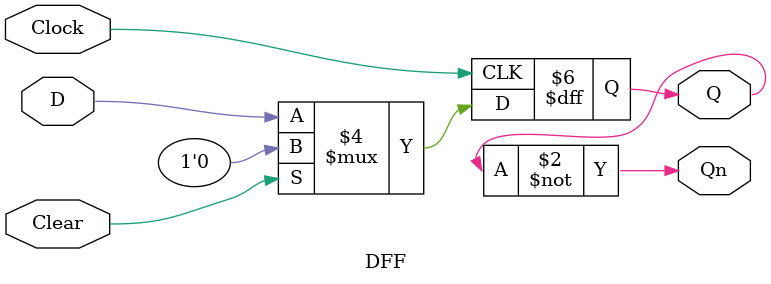
<source format=v>
module DFF (output reg Q, output Qn, input D, Clear, Clock); 
	always @ (posedge Clock) begin
		if (Clear)
			Q <= 1'b0;
		else
			Q <= D;
	end
	assign Qn = ~Q;
endmodule

</source>
